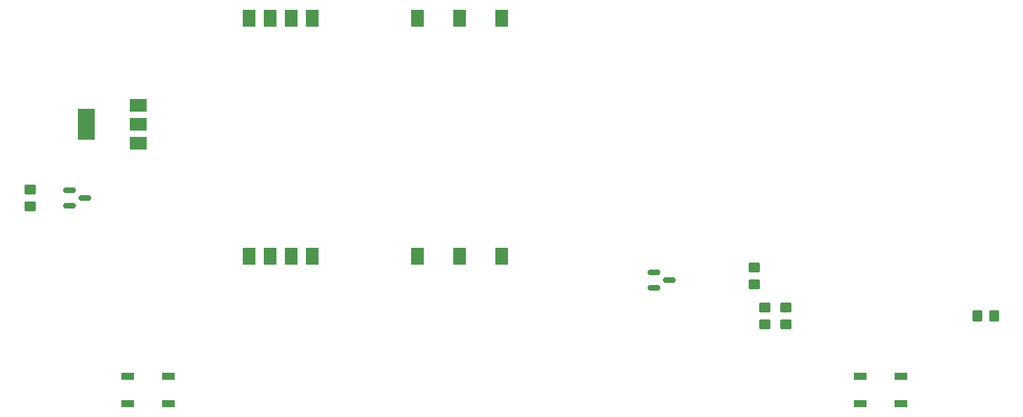
<source format=gbr>
%TF.GenerationSoftware,KiCad,Pcbnew,7.0.8-7.0.8~ubuntu20.04.1*%
%TF.CreationDate,2023-11-26T17:45:29+01:00*%
%TF.ProjectId,bouilloire_pcb,626f7569-6c6c-46f6-9972-655f7063622e,rev?*%
%TF.SameCoordinates,Original*%
%TF.FileFunction,Paste,Top*%
%TF.FilePolarity,Positive*%
%FSLAX46Y46*%
G04 Gerber Fmt 4.6, Leading zero omitted, Abs format (unit mm)*
G04 Created by KiCad (PCBNEW 7.0.8-7.0.8~ubuntu20.04.1) date 2023-11-26 17:45:29*
%MOMM*%
%LPD*%
G01*
G04 APERTURE LIST*
G04 Aperture macros list*
%AMRoundRect*
0 Rectangle with rounded corners*
0 $1 Rounding radius*
0 $2 $3 $4 $5 $6 $7 $8 $9 X,Y pos of 4 corners*
0 Add a 4 corners polygon primitive as box body*
4,1,4,$2,$3,$4,$5,$6,$7,$8,$9,$2,$3,0*
0 Add four circle primitives for the rounded corners*
1,1,$1+$1,$2,$3*
1,1,$1+$1,$4,$5*
1,1,$1+$1,$6,$7*
1,1,$1+$1,$8,$9*
0 Add four rect primitives between the rounded corners*
20,1,$1+$1,$2,$3,$4,$5,0*
20,1,$1+$1,$4,$5,$6,$7,0*
20,1,$1+$1,$6,$7,$8,$9,0*
20,1,$1+$1,$8,$9,$2,$3,0*%
G04 Aperture macros list end*
%ADD10RoundRect,0.250000X0.350000X0.450000X-0.350000X0.450000X-0.350000X-0.450000X0.350000X-0.450000X0*%
%ADD11RoundRect,0.250000X0.450000X-0.350000X0.450000X0.350000X-0.450000X0.350000X-0.450000X-0.350000X0*%
%ADD12RoundRect,0.150000X-0.587500X-0.150000X0.587500X-0.150000X0.587500X0.150000X-0.587500X0.150000X0*%
%ADD13R,1.500000X0.900000*%
%ADD14R,1.500000X2.030000*%
%ADD15RoundRect,0.250000X-0.450000X0.350000X-0.450000X-0.350000X0.450000X-0.350000X0.450000X0.350000X0*%
%ADD16R,2.000000X1.500000*%
%ADD17R,2.000000X3.800000*%
G04 APERTURE END LIST*
D10*
%TO.C,R3*%
X121650000Y21590000D03*
X119650000Y21590000D03*
%TD*%
D11*
%TO.C,R2*%
X92710000Y25400000D03*
X92710000Y27400000D03*
%TD*%
D12*
%TO.C,Q2*%
X80596500Y24958000D03*
X80596500Y26858000D03*
X82471500Y25908000D03*
%TD*%
D13*
%TO.C,D2*%
X105500000Y14350000D03*
X105500000Y11050000D03*
X110400000Y11050000D03*
X110400000Y14350000D03*
%TD*%
D14*
%TO.C,PS1*%
X62230000Y57530000D03*
X57150000Y57530000D03*
X52070000Y57530000D03*
X39370000Y57530000D03*
X36830000Y57530000D03*
X34290000Y57530000D03*
X31750000Y57530000D03*
X31750000Y28830000D03*
X34290000Y28830000D03*
X36830000Y28830000D03*
X39370000Y28830000D03*
X52070000Y28830000D03*
X57150000Y28830000D03*
X62230000Y28830000D03*
%TD*%
D15*
%TO.C,R5*%
X93980000Y22590000D03*
X93980000Y20590000D03*
%TD*%
%TO.C,R4*%
X96520000Y22590000D03*
X96520000Y20590000D03*
%TD*%
D11*
%TO.C,R1*%
X5334000Y34814000D03*
X5334000Y36814000D03*
%TD*%
D13*
%TO.C,D1*%
X17108000Y14350000D03*
X17108000Y11050000D03*
X22008000Y11050000D03*
X22008000Y14350000D03*
%TD*%
D16*
%TO.C,U2*%
X18390000Y42404000D03*
X18390000Y44704000D03*
D17*
X12090000Y44704000D03*
D16*
X18390000Y47004000D03*
%TD*%
D12*
%TO.C,Q1*%
X10063000Y34864000D03*
X10063000Y36764000D03*
X11938000Y35814000D03*
%TD*%
M02*

</source>
